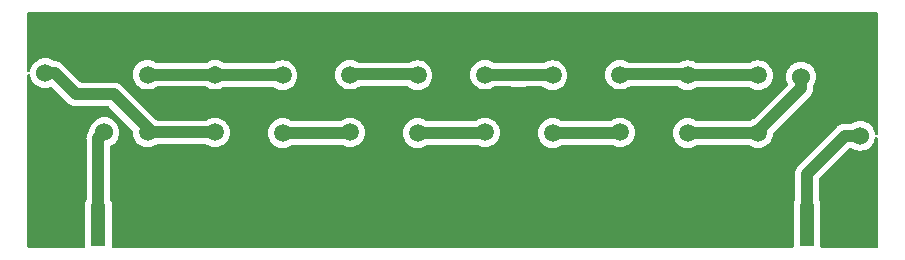
<source format=gbr>
%TF.GenerationSoftware,KiCad,Pcbnew,7.0.7*%
%TF.CreationDate,2023-10-22T19:41:02-04:00*%
%TF.ProjectId,CrystalFilterLarge,43727973-7461-46c4-9669-6c7465724c61,rev?*%
%TF.SameCoordinates,PXddf73b40PY3fe56c0*%
%TF.FileFunction,Copper,L1,Top*%
%TF.FilePolarity,Positive*%
%FSLAX46Y46*%
G04 Gerber Fmt 4.6, Leading zero omitted, Abs format (unit mm)*
G04 Created by KiCad (PCBNEW 7.0.7) date 2023-10-22 19:41:02*
%MOMM*%
%LPD*%
G01*
G04 APERTURE LIST*
G04 Aperture macros list*
%AMRoundRect*
0 Rectangle with rounded corners*
0 $1 Rounding radius*
0 $2 $3 $4 $5 $6 $7 $8 $9 X,Y pos of 4 corners*
0 Add a 4 corners polygon primitive as box body*
4,1,4,$2,$3,$4,$5,$6,$7,$8,$9,$2,$3,0*
0 Add four circle primitives for the rounded corners*
1,1,$1+$1,$2,$3*
1,1,$1+$1,$4,$5*
1,1,$1+$1,$6,$7*
1,1,$1+$1,$8,$9*
0 Add four rect primitives between the rounded corners*
20,1,$1+$1,$2,$3,$4,$5,0*
20,1,$1+$1,$4,$5,$6,$7,0*
20,1,$1+$1,$6,$7,$8,$9,0*
20,1,$1+$1,$8,$9,$2,$3,0*%
G04 Aperture macros list end*
%TA.AperFunction,SMDPad,CuDef*%
%ADD10RoundRect,0.250000X-0.475000X0.250000X-0.475000X-0.250000X0.475000X-0.250000X0.475000X0.250000X0*%
%TD*%
%TA.AperFunction,SMDPad,CuDef*%
%ADD11RoundRect,0.250000X0.475000X-0.250000X0.475000X0.250000X-0.475000X0.250000X-0.475000X-0.250000X0*%
%TD*%
%TA.AperFunction,SMDPad,CuDef*%
%ADD12R,1.270000X3.600000*%
%TD*%
%TA.AperFunction,SMDPad,CuDef*%
%ADD13R,1.350000X4.200000*%
%TD*%
%TA.AperFunction,ComponentPad*%
%ADD14C,1.500000*%
%TD*%
%TA.AperFunction,ComponentPad*%
%ADD15C,1.524000*%
%TD*%
%TA.AperFunction,ViaPad*%
%ADD16C,0.800000*%
%TD*%
%TA.AperFunction,Conductor*%
%ADD17C,1.000000*%
%TD*%
G04 APERTURE END LIST*
D10*
%TO.P,C1,1*%
%TO.N,Earth*%
X18727800Y-3439200D03*
%TO.P,C1,2*%
%TO.N,Net-(C1-Pad2)*%
X18727800Y-5339200D03*
%TD*%
%TO.P,C5,1*%
%TO.N,Earth*%
X41587800Y-3439200D03*
%TO.P,C5,2*%
%TO.N,Net-(C5-Pad2)*%
X41587800Y-5339200D03*
%TD*%
D11*
%TO.P,C6,1*%
%TO.N,Earth*%
X47404400Y-12192200D03*
%TO.P,C6,2*%
%TO.N,Net-(C6-Pad2)*%
X47404400Y-10292200D03*
%TD*%
D12*
%TO.P,J1,1,In*%
%TO.N,Net-(J1-In)*%
X6000000Y-18090000D03*
D13*
%TO.P,J1,2,Ext*%
%TO.N,Earth*%
X3175000Y-17890000D03*
X8825000Y-17890000D03*
%TD*%
D10*
%TO.P,C7,1*%
%TO.N,Earth*%
X53017800Y-3413800D03*
%TO.P,C7,2*%
%TO.N,Net-(C7-Pad2)*%
X53017800Y-5313800D03*
%TD*%
D11*
%TO.P,C2,1*%
%TO.N,Earth*%
X24442800Y-12166800D03*
%TO.P,C2,2*%
%TO.N,Net-(C2-Pad2)*%
X24442800Y-10266800D03*
%TD*%
D10*
%TO.P,C3,1*%
%TO.N,Earth*%
X30183200Y-3413800D03*
%TO.P,C3,2*%
%TO.N,Net-(C3-Pad2)*%
X30183200Y-5313800D03*
%TD*%
D11*
%TO.P,C4,1*%
%TO.N,Earth*%
X35872800Y-12182000D03*
%TO.P,C4,2*%
%TO.N,Net-(C4-Pad2)*%
X35872800Y-10282000D03*
%TD*%
D12*
%TO.P,J2,1,In*%
%TO.N,Net-(J2-In)*%
X66000000Y-18090000D03*
D13*
%TO.P,J2,2,Ext*%
%TO.N,Earth*%
X63175000Y-17890000D03*
X68825000Y-17890000D03*
%TD*%
D14*
%TO.P,Y1,1,1*%
%TO.N,Net-(L1-Pad1)*%
X10168000Y-10228000D03*
%TO.P,Y1,2,2*%
%TO.N,Net-(C1-Pad2)*%
X10168000Y-5328000D03*
%TD*%
%TO.P,Y2,1,1*%
%TO.N,Net-(L1-Pad1)*%
X15883000Y-10228000D03*
%TO.P,Y2,2,2*%
%TO.N,Net-(C1-Pad2)*%
X15883000Y-5328000D03*
%TD*%
%TO.P,Y5,1,1*%
%TO.N,Net-(C3-Pad2)*%
X33028000Y-5378000D03*
%TO.P,Y5,2,2*%
%TO.N,Net-(C4-Pad2)*%
X33028000Y-10278000D03*
%TD*%
%TO.P,Y3,1,1*%
%TO.N,Net-(C1-Pad2)*%
X21598000Y-5378000D03*
%TO.P,Y3,2,2*%
%TO.N,Net-(C2-Pad2)*%
X21598000Y-10278000D03*
%TD*%
%TO.P,Y8,1,1*%
%TO.N,Net-(C6-Pad2)*%
X50173000Y-10228000D03*
%TO.P,Y8,2,2*%
%TO.N,Net-(C7-Pad2)*%
X50173000Y-5328000D03*
%TD*%
%TO.P,Y4,1,1*%
%TO.N,Net-(C2-Pad2)*%
X27313000Y-10228000D03*
%TO.P,Y4,2,2*%
%TO.N,Net-(C3-Pad2)*%
X27313000Y-5328000D03*
%TD*%
%TO.P,Y9,1,1*%
%TO.N,Net-(C7-Pad2)*%
X55888000Y-5378000D03*
%TO.P,Y9,2,2*%
%TO.N,Net-(L2-Pad3)*%
X55888000Y-10278000D03*
%TD*%
%TO.P,Y10,1,1*%
%TO.N,Net-(C7-Pad2)*%
X61857000Y-5378000D03*
%TO.P,Y10,2,2*%
%TO.N,Net-(L2-Pad3)*%
X61857000Y-10278000D03*
%TD*%
%TO.P,Y6,1,1*%
%TO.N,Net-(C4-Pad2)*%
X38743000Y-10228000D03*
%TO.P,Y6,2,2*%
%TO.N,Net-(C5-Pad2)*%
X38743000Y-5328000D03*
%TD*%
D15*
%TO.P,L2,1,1*%
%TO.N,Net-(J2-In)*%
X70500000Y-10500000D03*
%TO.P,L2,2,2*%
%TO.N,Earth*%
X70500000Y-5500000D03*
%TO.P,L2,3,3*%
%TO.N,Net-(L2-Pad3)*%
X65500000Y-5500000D03*
%TO.P,L2,4,4*%
%TO.N,Earth*%
X65500000Y-10500000D03*
%TD*%
%TO.P,L1,1,1*%
%TO.N,Net-(L1-Pad1)*%
X1500000Y-5200000D03*
%TO.P,L1,2,2*%
%TO.N,Earth*%
X1500000Y-10200000D03*
%TO.P,L1,3,3*%
%TO.N,Net-(J1-In)*%
X6500000Y-10200000D03*
%TO.P,L1,4,4*%
%TO.N,Earth*%
X6500000Y-5200000D03*
%TD*%
D14*
%TO.P,Y7,1,1*%
%TO.N,Net-(C5-Pad2)*%
X44458000Y-5378000D03*
%TO.P,Y7,2,2*%
%TO.N,Net-(C6-Pad2)*%
X44458000Y-10278000D03*
%TD*%
D16*
%TO.N,Earth*%
X18000000Y-8000000D03*
X36000000Y-8000000D03*
X68000000Y-1000000D03*
X24500000Y-14000000D03*
X47500000Y-14000000D03*
X13000000Y-8000000D03*
X7500000Y-14000000D03*
X36000000Y-14000000D03*
X53000000Y-17000000D03*
X12000000Y-1000000D03*
X11000000Y-19000000D03*
X35000000Y-1000000D03*
X60500000Y-19000000D03*
X7000000Y-1000000D03*
X19000000Y-17000000D03*
X24000000Y-1000000D03*
X47000000Y-8000000D03*
X1000000Y-1000000D03*
X71000000Y-19000000D03*
X53000000Y-8000000D03*
X58000000Y-8000000D03*
X64000000Y-1000000D03*
X64500000Y-14000000D03*
X46500000Y-1000000D03*
X71000000Y-1000000D03*
X1000000Y-19000000D03*
X71000000Y-14000000D03*
X71000000Y-8000000D03*
X1000000Y-13500000D03*
X41000000Y-8000000D03*
X42000000Y-17000000D03*
X30000000Y-17000000D03*
X30000000Y-8000000D03*
X58000000Y-1000000D03*
X4000000Y-1000000D03*
X24000000Y-8000000D03*
%TD*%
D17*
%TO.N,Net-(L2-Pad3)*%
X61857000Y-10278000D02*
X61857000Y-10143000D01*
X61857000Y-10143000D02*
X65500000Y-6500000D01*
X65500000Y-6500000D02*
X65500000Y-5500000D01*
X55888000Y-10278000D02*
X61857000Y-10278000D01*
%TO.N,Net-(C1-Pad2)*%
X10168000Y-5328000D02*
X15883000Y-5328000D01*
X16094200Y-5339200D02*
X21559200Y-5339200D01*
X21559200Y-5339200D02*
X21598000Y-5378000D01*
X15883000Y-5128000D02*
X16094200Y-5339200D01*
%TO.N,Net-(C2-Pad2)*%
X27274200Y-10266800D02*
X21809200Y-10266800D01*
X27313000Y-10228000D02*
X27274200Y-10266800D01*
%TO.N,Net-(C3-Pad2)*%
X32963800Y-5313800D02*
X33028000Y-5378000D01*
X27313000Y-5328000D02*
X27327200Y-5313800D01*
X27327200Y-5313800D02*
X32963800Y-5313800D01*
%TO.N,Net-(C4-Pad2)*%
X33032000Y-10282000D02*
X38689000Y-10282000D01*
X38689000Y-10282000D02*
X38743000Y-10228000D01*
X33028000Y-10278000D02*
X33032000Y-10282000D01*
%TO.N,Net-(C5-Pad2)*%
X44408000Y-5328000D02*
X38743000Y-5328000D01*
X44458000Y-5378000D02*
X44408000Y-5328000D01*
%TO.N,Net-(C6-Pad2)*%
X50108800Y-10292200D02*
X44472200Y-10292200D01*
X50173000Y-10228000D02*
X50108800Y-10292200D01*
X44472200Y-10292200D02*
X44458000Y-10278000D01*
%TO.N,Net-(C7-Pad2)*%
X50173000Y-5328000D02*
X50187200Y-5313800D01*
X50187200Y-5313800D02*
X55823800Y-5313800D01*
X55823800Y-5313800D02*
X55888000Y-5378000D01*
X55888000Y-5378000D02*
X61857000Y-5378000D01*
%TO.N,Net-(J1-In)*%
X6000000Y-18090000D02*
X6000000Y-10700000D01*
X6000000Y-10700000D02*
X6500000Y-10200000D01*
X6500000Y-10200000D02*
X6200000Y-10200000D01*
%TO.N,Net-(J2-In)*%
X66000000Y-13718400D02*
X66000000Y-18090000D01*
X69218400Y-10500000D02*
X66000000Y-13718400D01*
X70500000Y-10500000D02*
X69218400Y-10500000D01*
%TO.N,Net-(L1-Pad1)*%
X1500000Y-5200000D02*
X2300000Y-5200000D01*
X7300000Y-7000000D02*
X10168000Y-9868000D01*
X10168000Y-9868000D02*
X10168000Y-10228000D01*
X10168000Y-10228000D02*
X15883000Y-10228000D01*
X2300000Y-5200000D02*
X4100000Y-7000000D01*
X4100000Y-7000000D02*
X7300000Y-7000000D01*
%TD*%
%TA.AperFunction,Conductor*%
%TO.N,Earth*%
G36*
X71942539Y-20185D02*
G01*
X71988294Y-72989D01*
X71999500Y-124500D01*
X71999500Y-10313726D01*
X71979815Y-10380765D01*
X71927011Y-10426520D01*
X71857853Y-10436464D01*
X71794297Y-10407439D01*
X71756523Y-10348661D01*
X71751972Y-10324533D01*
X71748071Y-10279937D01*
X71748070Y-10279929D01*
X71690896Y-10066554D01*
X71690893Y-10066548D01*
X71597535Y-9866340D01*
X71597534Y-9866338D01*
X71470828Y-9685381D01*
X71314616Y-9529170D01*
X71133667Y-9402468D01*
X71133663Y-9402466D01*
X70933452Y-9309107D01*
X70933446Y-9309104D01*
X70720071Y-9251930D01*
X70720063Y-9251929D01*
X70500002Y-9232677D01*
X70499998Y-9232677D01*
X70279938Y-9251929D01*
X70279930Y-9251930D01*
X70066555Y-9309104D01*
X70066553Y-9309105D01*
X70066550Y-9309106D01*
X69866339Y-9402466D01*
X69759785Y-9477075D01*
X69693580Y-9499402D01*
X69688663Y-9499500D01*
X69231117Y-9499500D01*
X69142038Y-9497243D01*
X69142030Y-9497243D01*
X69091055Y-9506380D01*
X69081656Y-9508064D01*
X69076996Y-9508718D01*
X69015970Y-9514925D01*
X69015966Y-9514925D01*
X69015962Y-9514926D01*
X69015956Y-9514927D01*
X68983187Y-9525208D01*
X68975563Y-9527079D01*
X68945703Y-9532433D01*
X68941747Y-9533142D01*
X68941745Y-9533142D01*
X68902771Y-9548710D01*
X68884780Y-9555897D01*
X68880349Y-9557474D01*
X68821812Y-9575841D01*
X68821805Y-9575844D01*
X68791781Y-9592509D01*
X68784686Y-9595879D01*
X68773464Y-9600362D01*
X68752783Y-9608623D01*
X68752780Y-9608625D01*
X68752776Y-9608627D01*
X68723524Y-9627906D01*
X68704479Y-9640458D01*
X68701567Y-9642377D01*
X68697537Y-9644818D01*
X68643902Y-9674588D01*
X68643901Y-9674589D01*
X68643898Y-9674591D01*
X68617833Y-9696968D01*
X68611565Y-9701693D01*
X68592494Y-9714263D01*
X68582881Y-9720598D01*
X68539501Y-9763978D01*
X68536057Y-9767169D01*
X68489508Y-9807130D01*
X68468477Y-9834299D01*
X68463293Y-9840186D01*
X65301533Y-13001947D01*
X65236947Y-13063341D01*
X65236945Y-13063344D01*
X65236942Y-13063347D01*
X65201899Y-13113697D01*
X65199074Y-13117444D01*
X65160302Y-13164993D01*
X65144396Y-13195445D01*
X65140328Y-13202158D01*
X65120705Y-13230351D01*
X65096511Y-13286729D01*
X65094493Y-13290978D01*
X65066091Y-13345351D01*
X65058212Y-13372889D01*
X65056642Y-13378374D01*
X65054010Y-13385768D01*
X65040460Y-13417342D01*
X65040460Y-13417345D01*
X65040459Y-13417346D01*
X65028113Y-13477422D01*
X65026990Y-13482000D01*
X65010113Y-13540982D01*
X65007505Y-13575239D01*
X65006414Y-13583014D01*
X64999500Y-13616655D01*
X64999500Y-13677997D01*
X64999322Y-13682705D01*
X64994663Y-13743876D01*
X64999005Y-13777963D01*
X64999501Y-13785771D01*
X64999501Y-15901807D01*
X64979816Y-15968846D01*
X64974768Y-15976118D01*
X64921204Y-16047669D01*
X64921204Y-16047670D01*
X64921203Y-16047670D01*
X64921203Y-16047671D01*
X64870909Y-16182517D01*
X64864500Y-16242127D01*
X64864501Y-19875500D01*
X64844816Y-19942539D01*
X64792012Y-19988294D01*
X64740501Y-19999500D01*
X7259500Y-19999500D01*
X7192461Y-19979815D01*
X7146706Y-19927011D01*
X7135500Y-19875500D01*
X7135500Y-16242129D01*
X7135499Y-16242123D01*
X7129092Y-16182516D01*
X7078798Y-16047671D01*
X7078796Y-16047669D01*
X7025233Y-15976118D01*
X7000816Y-15910654D01*
X7000500Y-15901807D01*
X7000500Y-11438624D01*
X7020185Y-11371585D01*
X7072095Y-11326243D01*
X7133662Y-11297534D01*
X7133666Y-11297531D01*
X7133667Y-11297531D01*
X7314616Y-11170829D01*
X7314622Y-11170824D01*
X7470825Y-11014621D01*
X7470830Y-11014615D01*
X7597532Y-10833666D01*
X7597534Y-10833662D01*
X7632094Y-10759547D01*
X7690894Y-10633450D01*
X7690895Y-10633447D01*
X7690896Y-10633445D01*
X7748070Y-10420070D01*
X7748071Y-10420062D01*
X7767323Y-10200002D01*
X7767323Y-10199997D01*
X7748071Y-9979937D01*
X7748070Y-9979929D01*
X7690896Y-9766554D01*
X7690893Y-9766548D01*
X7597535Y-9566340D01*
X7597534Y-9566338D01*
X7470828Y-9385381D01*
X7314616Y-9229170D01*
X7133667Y-9102468D01*
X7133663Y-9102466D01*
X6933452Y-9009107D01*
X6933446Y-9009104D01*
X6720071Y-8951930D01*
X6720063Y-8951929D01*
X6500002Y-8932677D01*
X6499998Y-8932677D01*
X6279938Y-8951929D01*
X6279930Y-8951930D01*
X6066555Y-9009104D01*
X6066553Y-9009105D01*
X6066550Y-9009106D01*
X5971690Y-9053340D01*
X5866341Y-9102465D01*
X5866339Y-9102466D01*
X5685378Y-9229175D01*
X5529176Y-9385377D01*
X5529174Y-9385380D01*
X5402466Y-9566339D01*
X5386601Y-9600362D01*
X5373757Y-9627906D01*
X5359433Y-9651401D01*
X5346552Y-9668042D01*
X5256940Y-9850729D01*
X5205937Y-10047715D01*
X5205675Y-10052881D01*
X5182626Y-10118837D01*
X5177947Y-10124954D01*
X5160302Y-10146593D01*
X5144396Y-10177045D01*
X5140328Y-10183758D01*
X5120705Y-10211951D01*
X5096511Y-10268329D01*
X5094493Y-10272578D01*
X5066091Y-10326951D01*
X5059879Y-10348661D01*
X5056642Y-10359974D01*
X5054010Y-10367368D01*
X5040460Y-10398942D01*
X5040460Y-10398945D01*
X5040459Y-10398946D01*
X5028113Y-10459022D01*
X5026990Y-10463600D01*
X5010113Y-10522582D01*
X5007505Y-10556839D01*
X5006414Y-10564614D01*
X4999500Y-10598255D01*
X4999500Y-10659597D01*
X4999322Y-10664305D01*
X4994663Y-10725476D01*
X4999004Y-10759560D01*
X4999500Y-10767388D01*
X4999500Y-15901807D01*
X4979815Y-15968846D01*
X4974767Y-15976118D01*
X4921204Y-16047669D01*
X4870909Y-16182517D01*
X4864500Y-16242127D01*
X4864501Y-19875500D01*
X4844816Y-19942539D01*
X4792012Y-19988294D01*
X4740501Y-19999500D01*
X124500Y-19999500D01*
X57461Y-19979815D01*
X11706Y-19927011D01*
X500Y-19875500D01*
X500Y-5386273D01*
X20185Y-5319234D01*
X72989Y-5273479D01*
X142147Y-5263535D01*
X205703Y-5292560D01*
X243477Y-5351338D01*
X248028Y-5375465D01*
X251930Y-5420068D01*
X309106Y-5633450D01*
X402466Y-5833662D01*
X529174Y-6014620D01*
X685380Y-6170826D01*
X866338Y-6297534D01*
X1066550Y-6390894D01*
X1279932Y-6448070D01*
X1444984Y-6462509D01*
X1499998Y-6467323D01*
X1500000Y-6467323D01*
X1500002Y-6467323D01*
X1562877Y-6461822D01*
X1720068Y-6448070D01*
X1933450Y-6390894D01*
X1939433Y-6388104D01*
X1951960Y-6382263D01*
X2021037Y-6371771D01*
X2084821Y-6400291D01*
X2092032Y-6406951D01*
X3383567Y-7698487D01*
X3444941Y-7763053D01*
X3495325Y-7798119D01*
X3499028Y-7800912D01*
X3546592Y-7839697D01*
X3577048Y-7855604D01*
X3583752Y-7859666D01*
X3611951Y-7879295D01*
X3668350Y-7903497D01*
X3672569Y-7905500D01*
X3726951Y-7933909D01*
X3759978Y-7943357D01*
X3767367Y-7945988D01*
X3798942Y-7959540D01*
X3859070Y-7971895D01*
X3863571Y-7972999D01*
X3922582Y-7989886D01*
X3956843Y-7992494D01*
X3964611Y-7993585D01*
X3998256Y-8000500D01*
X3998259Y-8000500D01*
X4059601Y-8000500D01*
X4064309Y-8000678D01*
X4125476Y-8005337D01*
X4159560Y-8000996D01*
X4167389Y-8000500D01*
X6834217Y-8000500D01*
X6901256Y-8020185D01*
X6921899Y-8036819D01*
X8887958Y-10002877D01*
X8921441Y-10064198D01*
X8923803Y-10101359D01*
X8912723Y-10228000D01*
X8931793Y-10445977D01*
X8988425Y-10657330D01*
X9080898Y-10855639D01*
X9206402Y-11034877D01*
X9361123Y-11189598D01*
X9540361Y-11315102D01*
X9738670Y-11407575D01*
X9950023Y-11464207D01*
X10135538Y-11480437D01*
X10167998Y-11483277D01*
X10168000Y-11483277D01*
X10168002Y-11483277D01*
X10198213Y-11480633D01*
X10385977Y-11464207D01*
X10597330Y-11407575D01*
X10795639Y-11315102D01*
X10795642Y-11315100D01*
X10795644Y-11315099D01*
X10887294Y-11250925D01*
X10953500Y-11228598D01*
X10958417Y-11228500D01*
X15092583Y-11228500D01*
X15159622Y-11248185D01*
X15163706Y-11250925D01*
X15230271Y-11297534D01*
X15255361Y-11315102D01*
X15453670Y-11407575D01*
X15665023Y-11464207D01*
X15850538Y-11480437D01*
X15882998Y-11483277D01*
X15883000Y-11483277D01*
X15883002Y-11483277D01*
X15913213Y-11480633D01*
X16100977Y-11464207D01*
X16312330Y-11407575D01*
X16510639Y-11315102D01*
X16689877Y-11189598D01*
X16844598Y-11034877D01*
X16970102Y-10855639D01*
X16970103Y-10855638D01*
X17033320Y-10720068D01*
X17062575Y-10657330D01*
X17062576Y-10657326D01*
X17062578Y-10657322D01*
X17119207Y-10445979D01*
X17119207Y-10445975D01*
X17121474Y-10420070D01*
X17133903Y-10278000D01*
X20342723Y-10278000D01*
X20361793Y-10495977D01*
X20418425Y-10707330D01*
X20510898Y-10905639D01*
X20636402Y-11084877D01*
X20791123Y-11239598D01*
X20970361Y-11365102D01*
X21168670Y-11457575D01*
X21380023Y-11514207D01*
X21565538Y-11530437D01*
X21597998Y-11533277D01*
X21598000Y-11533277D01*
X21598002Y-11533277D01*
X21628213Y-11530633D01*
X21815977Y-11514207D01*
X22027330Y-11457575D01*
X22225639Y-11365102D01*
X22225642Y-11365100D01*
X22225644Y-11365099D01*
X22333289Y-11289725D01*
X22399495Y-11267398D01*
X22404412Y-11267300D01*
X23917791Y-11267300D01*
X26577995Y-11267300D01*
X26645034Y-11286985D01*
X26649118Y-11289725D01*
X26660271Y-11297534D01*
X26685361Y-11315102D01*
X26883670Y-11407575D01*
X27095023Y-11464207D01*
X27280538Y-11480437D01*
X27312998Y-11483277D01*
X27313000Y-11483277D01*
X27313002Y-11483277D01*
X27343213Y-11480633D01*
X27530977Y-11464207D01*
X27742330Y-11407575D01*
X27940639Y-11315102D01*
X28119877Y-11189598D01*
X28274598Y-11034877D01*
X28400102Y-10855639D01*
X28400103Y-10855638D01*
X28463320Y-10720068D01*
X28492575Y-10657330D01*
X28492576Y-10657326D01*
X28492578Y-10657322D01*
X28549207Y-10445979D01*
X28549207Y-10445975D01*
X28551474Y-10420070D01*
X28563903Y-10278000D01*
X31772723Y-10278000D01*
X31791793Y-10495977D01*
X31848425Y-10707330D01*
X31940898Y-10905639D01*
X32066402Y-11084877D01*
X32221123Y-11239598D01*
X32400361Y-11365102D01*
X32598670Y-11457575D01*
X32810023Y-11514207D01*
X32995538Y-11530437D01*
X33027998Y-11533277D01*
X33028000Y-11533277D01*
X33028002Y-11533277D01*
X33058213Y-11530633D01*
X33245977Y-11514207D01*
X33457330Y-11457575D01*
X33655639Y-11365102D01*
X33741582Y-11304924D01*
X33807787Y-11282598D01*
X33812704Y-11282500D01*
X35347791Y-11282500D01*
X38029703Y-11282500D01*
X38096742Y-11302185D01*
X38100826Y-11304925D01*
X38110633Y-11311790D01*
X38115361Y-11315102D01*
X38313670Y-11407575D01*
X38525023Y-11464207D01*
X38710538Y-11480437D01*
X38742998Y-11483277D01*
X38743000Y-11483277D01*
X38743002Y-11483277D01*
X38773213Y-11480633D01*
X38960977Y-11464207D01*
X39172330Y-11407575D01*
X39370639Y-11315102D01*
X39549877Y-11189598D01*
X39704598Y-11034877D01*
X39830102Y-10855639D01*
X39830103Y-10855638D01*
X39893320Y-10720068D01*
X39922575Y-10657330D01*
X39922576Y-10657326D01*
X39922578Y-10657322D01*
X39979207Y-10445979D01*
X39979207Y-10445975D01*
X39981474Y-10420070D01*
X39993903Y-10278000D01*
X43202723Y-10278000D01*
X43221793Y-10495977D01*
X43278425Y-10707330D01*
X43370898Y-10905639D01*
X43496402Y-11084877D01*
X43651123Y-11239598D01*
X43830361Y-11365102D01*
X44028670Y-11457575D01*
X44240023Y-11514207D01*
X44425538Y-11530437D01*
X44457998Y-11533277D01*
X44458000Y-11533277D01*
X44458002Y-11533277D01*
X44488213Y-11530633D01*
X44675977Y-11514207D01*
X44887330Y-11457575D01*
X45085639Y-11365102D01*
X45085642Y-11365100D01*
X45085644Y-11365099D01*
X45157014Y-11315125D01*
X45223220Y-11292798D01*
X45228137Y-11292700D01*
X46879391Y-11292700D01*
X49474271Y-11292700D01*
X49541310Y-11312385D01*
X49545351Y-11315094D01*
X49545361Y-11315102D01*
X49743670Y-11407575D01*
X49955023Y-11464207D01*
X50140538Y-11480437D01*
X50172998Y-11483277D01*
X50173000Y-11483277D01*
X50173002Y-11483277D01*
X50203213Y-11480633D01*
X50390977Y-11464207D01*
X50602330Y-11407575D01*
X50800639Y-11315102D01*
X50979877Y-11189598D01*
X51134598Y-11034877D01*
X51260102Y-10855639D01*
X51260103Y-10855638D01*
X51323320Y-10720068D01*
X51352575Y-10657330D01*
X51352576Y-10657326D01*
X51352578Y-10657322D01*
X51409207Y-10445979D01*
X51409207Y-10445975D01*
X51411474Y-10420070D01*
X51423903Y-10278000D01*
X54632723Y-10278000D01*
X54651793Y-10495977D01*
X54708425Y-10707330D01*
X54800898Y-10905639D01*
X54926402Y-11084877D01*
X55081123Y-11239598D01*
X55260361Y-11365102D01*
X55458670Y-11457575D01*
X55670023Y-11514207D01*
X55855538Y-11530437D01*
X55887998Y-11533277D01*
X55888000Y-11533277D01*
X55888002Y-11533277D01*
X55918213Y-11530633D01*
X56105977Y-11514207D01*
X56317330Y-11457575D01*
X56515639Y-11365102D01*
X56515642Y-11365100D01*
X56515644Y-11365099D01*
X56607294Y-11300925D01*
X56673500Y-11278598D01*
X56678417Y-11278500D01*
X61066583Y-11278500D01*
X61133622Y-11298185D01*
X61137706Y-11300925D01*
X61210479Y-11351880D01*
X61229361Y-11365102D01*
X61427670Y-11457575D01*
X61639023Y-11514207D01*
X61824538Y-11530437D01*
X61856998Y-11533277D01*
X61857000Y-11533277D01*
X61857002Y-11533277D01*
X61887213Y-11530633D01*
X62074977Y-11514207D01*
X62286330Y-11457575D01*
X62484639Y-11365102D01*
X62663877Y-11239598D01*
X62818598Y-11084877D01*
X62924628Y-10933451D01*
X62944103Y-10905638D01*
X63030638Y-10720062D01*
X63036575Y-10707330D01*
X63036576Y-10707326D01*
X63036578Y-10707322D01*
X63093206Y-10495982D01*
X63093208Y-10495972D01*
X63105982Y-10349965D01*
X63131435Y-10284896D01*
X63141829Y-10273092D01*
X66198468Y-7216452D01*
X66263051Y-7155061D01*
X66263052Y-7155060D01*
X66263053Y-7155059D01*
X66298098Y-7104709D01*
X66300936Y-7100946D01*
X66339695Y-7053413D01*
X66339700Y-7053406D01*
X66355603Y-7022959D01*
X66359666Y-7016251D01*
X66379295Y-6988049D01*
X66379297Y-6988045D01*
X66379299Y-6988041D01*
X66403486Y-6931680D01*
X66405507Y-6927424D01*
X66433906Y-6873057D01*
X66433910Y-6873045D01*
X66443358Y-6840030D01*
X66445992Y-6832630D01*
X66459541Y-6801058D01*
X66471891Y-6740966D01*
X66473014Y-6736391D01*
X66489887Y-6677423D01*
X66492497Y-6643158D01*
X66493588Y-6635380D01*
X66500500Y-6601742D01*
X66500500Y-6540401D01*
X66500679Y-6535692D01*
X66505338Y-6474526D01*
X66500997Y-6440442D01*
X66500500Y-6432603D01*
X66500500Y-6311337D01*
X66520185Y-6244298D01*
X66522897Y-6240254D01*
X66597534Y-6133662D01*
X66690894Y-5933450D01*
X66690895Y-5933447D01*
X66690896Y-5933445D01*
X66748070Y-5720070D01*
X66748071Y-5720062D01*
X66767323Y-5500002D01*
X66767323Y-5499997D01*
X66748071Y-5279937D01*
X66748070Y-5279929D01*
X66690896Y-5066554D01*
X66690893Y-5066548D01*
X66597535Y-4866340D01*
X66597534Y-4866338D01*
X66470828Y-4685381D01*
X66314616Y-4529170D01*
X66133667Y-4402468D01*
X66133663Y-4402466D01*
X65933452Y-4309107D01*
X65933446Y-4309104D01*
X65720071Y-4251930D01*
X65720063Y-4251929D01*
X65500002Y-4232677D01*
X65499998Y-4232677D01*
X65279938Y-4251929D01*
X65279930Y-4251930D01*
X65066555Y-4309104D01*
X65066553Y-4309105D01*
X65066550Y-4309106D01*
X64902980Y-4385380D01*
X64866341Y-4402465D01*
X64866339Y-4402466D01*
X64685378Y-4529175D01*
X64529176Y-4685377D01*
X64497339Y-4730846D01*
X64402466Y-4866339D01*
X64309106Y-5066550D01*
X64251930Y-5279932D01*
X64248492Y-5319234D01*
X64239671Y-5420062D01*
X64232677Y-5500000D01*
X64251930Y-5720068D01*
X64309106Y-5933450D01*
X64381341Y-6088358D01*
X64391832Y-6157431D01*
X64363313Y-6221215D01*
X64356639Y-6228440D01*
X61531739Y-9053340D01*
X61476153Y-9085433D01*
X61427674Y-9098423D01*
X61427671Y-9098424D01*
X61229362Y-9190898D01*
X61229358Y-9190900D01*
X61137707Y-9255075D01*
X61071501Y-9277402D01*
X61066584Y-9277500D01*
X56678417Y-9277500D01*
X56611378Y-9257815D01*
X56607294Y-9255075D01*
X56515644Y-9190900D01*
X56515640Y-9190898D01*
X56317332Y-9098426D01*
X56317323Y-9098422D01*
X56105978Y-9041793D01*
X55888002Y-9022723D01*
X55887998Y-9022723D01*
X55779012Y-9032258D01*
X55670023Y-9041793D01*
X55670021Y-9041793D01*
X55458678Y-9098422D01*
X55458674Y-9098424D01*
X55458670Y-9098425D01*
X55367587Y-9140898D01*
X55260362Y-9190898D01*
X55260358Y-9190900D01*
X55081122Y-9316402D01*
X54926403Y-9471121D01*
X54800901Y-9650357D01*
X54800900Y-9650359D01*
X54800898Y-9650362D01*
X54708425Y-9848670D01*
X54708424Y-9848676D01*
X54708423Y-9848677D01*
X54703690Y-9866340D01*
X54651793Y-10060023D01*
X54632723Y-10278000D01*
X51423903Y-10278000D01*
X51428277Y-10228000D01*
X51425827Y-10200000D01*
X51409207Y-10010024D01*
X51409207Y-10010020D01*
X51352578Y-9798677D01*
X51352574Y-9798668D01*
X51260102Y-9600361D01*
X51260100Y-9600357D01*
X51134600Y-9421124D01*
X50979878Y-9266403D01*
X50967613Y-9257815D01*
X50931713Y-9232677D01*
X50800639Y-9140897D01*
X50602332Y-9048426D01*
X50602323Y-9048422D01*
X50390978Y-8991793D01*
X50173002Y-8972723D01*
X50172998Y-8972723D01*
X50064012Y-8982258D01*
X49955023Y-8991793D01*
X49955021Y-8991793D01*
X49743678Y-9048422D01*
X49743674Y-9048424D01*
X49743670Y-9048425D01*
X49594304Y-9118076D01*
X49545362Y-9140898D01*
X49545358Y-9140900D01*
X49362019Y-9269275D01*
X49295813Y-9291602D01*
X49290896Y-9291700D01*
X45268697Y-9291700D01*
X45201658Y-9272015D01*
X45197574Y-9269275D01*
X45085644Y-9190900D01*
X45085640Y-9190898D01*
X44887332Y-9098426D01*
X44887323Y-9098422D01*
X44675978Y-9041793D01*
X44458002Y-9022723D01*
X44457998Y-9022723D01*
X44349012Y-9032258D01*
X44240023Y-9041793D01*
X44240021Y-9041793D01*
X44028678Y-9098422D01*
X44028674Y-9098424D01*
X44028670Y-9098425D01*
X43937587Y-9140898D01*
X43830362Y-9190898D01*
X43830358Y-9190900D01*
X43651122Y-9316402D01*
X43496403Y-9471121D01*
X43370901Y-9650357D01*
X43370900Y-9650359D01*
X43370898Y-9650362D01*
X43278425Y-9848670D01*
X43278424Y-9848676D01*
X43278423Y-9848677D01*
X43273690Y-9866340D01*
X43221793Y-10060023D01*
X43202723Y-10278000D01*
X39993903Y-10278000D01*
X39998277Y-10228000D01*
X39995827Y-10200000D01*
X39979207Y-10010024D01*
X39979207Y-10010020D01*
X39922578Y-9798677D01*
X39922574Y-9798668D01*
X39830102Y-9600361D01*
X39830100Y-9600357D01*
X39704600Y-9421124D01*
X39549878Y-9266403D01*
X39537613Y-9257815D01*
X39501713Y-9232677D01*
X39370639Y-9140897D01*
X39172332Y-9048426D01*
X39172323Y-9048422D01*
X38960978Y-8991793D01*
X38743002Y-8972723D01*
X38742998Y-8972723D01*
X38634012Y-8982258D01*
X38525023Y-8991793D01*
X38525021Y-8991793D01*
X38313678Y-9048422D01*
X38313674Y-9048424D01*
X38313670Y-9048425D01*
X38164304Y-9118076D01*
X38115362Y-9140898D01*
X38115358Y-9140900D01*
X37946587Y-9259075D01*
X37880381Y-9281402D01*
X37875464Y-9281500D01*
X33824130Y-9281500D01*
X33757091Y-9261815D01*
X33753007Y-9259075D01*
X33655644Y-9190900D01*
X33655640Y-9190898D01*
X33457332Y-9098426D01*
X33457323Y-9098422D01*
X33245978Y-9041793D01*
X33028002Y-9022723D01*
X33027998Y-9022723D01*
X32919012Y-9032258D01*
X32810023Y-9041793D01*
X32810021Y-9041793D01*
X32598678Y-9098422D01*
X32598674Y-9098424D01*
X32598670Y-9098425D01*
X32507587Y-9140898D01*
X32400362Y-9190898D01*
X32400358Y-9190900D01*
X32221122Y-9316402D01*
X32066403Y-9471121D01*
X31940901Y-9650357D01*
X31940900Y-9650359D01*
X31940898Y-9650362D01*
X31848425Y-9848670D01*
X31848424Y-9848676D01*
X31848423Y-9848677D01*
X31843690Y-9866340D01*
X31791793Y-10060023D01*
X31777098Y-10227997D01*
X31773197Y-10272587D01*
X31772723Y-10278000D01*
X28563903Y-10278000D01*
X28568277Y-10228000D01*
X28565827Y-10200000D01*
X28549207Y-10010024D01*
X28549207Y-10010020D01*
X28492578Y-9798677D01*
X28492574Y-9798668D01*
X28400102Y-9600361D01*
X28400100Y-9600357D01*
X28274600Y-9421124D01*
X28119878Y-9266403D01*
X28107613Y-9257815D01*
X28071713Y-9232677D01*
X27940639Y-9140897D01*
X27742332Y-9048426D01*
X27742323Y-9048422D01*
X27530978Y-8991793D01*
X27313002Y-8972723D01*
X27312998Y-8972723D01*
X27204012Y-8982258D01*
X27095023Y-8991793D01*
X27095021Y-8991793D01*
X26883678Y-9048422D01*
X26883674Y-9048424D01*
X26883670Y-9048425D01*
X26784516Y-9094661D01*
X26685363Y-9140897D01*
X26685361Y-9140898D01*
X26538295Y-9243875D01*
X26472089Y-9266202D01*
X26467172Y-9266300D01*
X22372422Y-9266300D01*
X22305383Y-9246615D01*
X22301299Y-9243875D01*
X22225644Y-9190900D01*
X22225640Y-9190898D01*
X22027332Y-9098426D01*
X22027323Y-9098422D01*
X21815978Y-9041793D01*
X21598002Y-9022723D01*
X21597998Y-9022723D01*
X21489012Y-9032258D01*
X21380023Y-9041793D01*
X21380021Y-9041793D01*
X21168678Y-9098422D01*
X21168674Y-9098424D01*
X21168670Y-9098425D01*
X21077587Y-9140898D01*
X20970362Y-9190898D01*
X20970358Y-9190900D01*
X20791122Y-9316402D01*
X20636403Y-9471121D01*
X20510901Y-9650357D01*
X20510900Y-9650359D01*
X20510898Y-9650362D01*
X20418425Y-9848670D01*
X20418424Y-9848676D01*
X20418423Y-9848677D01*
X20413690Y-9866340D01*
X20361793Y-10060023D01*
X20347098Y-10227997D01*
X20343197Y-10272587D01*
X20342723Y-10278000D01*
X17133903Y-10278000D01*
X17138277Y-10228000D01*
X17135827Y-10200000D01*
X17119207Y-10010024D01*
X17119207Y-10010020D01*
X17062578Y-9798677D01*
X17062574Y-9798668D01*
X16970102Y-9600361D01*
X16970100Y-9600357D01*
X16844600Y-9421124D01*
X16689878Y-9266403D01*
X16677613Y-9257815D01*
X16641713Y-9232677D01*
X16510639Y-9140897D01*
X16312332Y-9048426D01*
X16312323Y-9048422D01*
X16100978Y-8991793D01*
X15883002Y-8972723D01*
X15882998Y-8972723D01*
X15774012Y-8982258D01*
X15665023Y-8991793D01*
X15665021Y-8991793D01*
X15453678Y-9048422D01*
X15453674Y-9048424D01*
X15453670Y-9048425D01*
X15304304Y-9118076D01*
X15255362Y-9140898D01*
X15255358Y-9140900D01*
X15163707Y-9205075D01*
X15097501Y-9227402D01*
X15092584Y-9227500D01*
X10993784Y-9227500D01*
X10926745Y-9207815D01*
X10905999Y-9191076D01*
X10905683Y-9190760D01*
X10903954Y-9189027D01*
X10900806Y-9185627D01*
X10860864Y-9139102D01*
X10833702Y-9118076D01*
X10827808Y-9112885D01*
X8016454Y-6301532D01*
X7955058Y-6236946D01*
X7904706Y-6201899D01*
X7900944Y-6199062D01*
X7853408Y-6160302D01*
X7853403Y-6160299D01*
X7822953Y-6144392D01*
X7816239Y-6140324D01*
X7788046Y-6120702D01*
X7731670Y-6096509D01*
X7727416Y-6094488D01*
X7673049Y-6066091D01*
X7673048Y-6066090D01*
X7640025Y-6056640D01*
X7632629Y-6054007D01*
X7601057Y-6040459D01*
X7540981Y-6028113D01*
X7536405Y-6026990D01*
X7477422Y-6010113D01*
X7443159Y-6007503D01*
X7435392Y-6006414D01*
X7401741Y-5999500D01*
X7340402Y-5999500D01*
X7335696Y-5999321D01*
X7330483Y-5998924D01*
X7274525Y-5994662D01*
X7255729Y-5997056D01*
X7240441Y-5999003D01*
X7232611Y-5999500D01*
X4565783Y-5999500D01*
X4498744Y-5979815D01*
X4478102Y-5963181D01*
X3842921Y-5328000D01*
X8912723Y-5328000D01*
X8931793Y-5545977D01*
X8988425Y-5757330D01*
X9080898Y-5955639D01*
X9206402Y-6134877D01*
X9361123Y-6289598D01*
X9540361Y-6415102D01*
X9738670Y-6507575D01*
X9950023Y-6564207D01*
X10135538Y-6580437D01*
X10167998Y-6583277D01*
X10168000Y-6583277D01*
X10168002Y-6583277D01*
X10198213Y-6580633D01*
X10385977Y-6564207D01*
X10597330Y-6507575D01*
X10795639Y-6415102D01*
X10795642Y-6415100D01*
X10795644Y-6415099D01*
X10887294Y-6350925D01*
X10953500Y-6328598D01*
X10958417Y-6328500D01*
X15092583Y-6328500D01*
X15159622Y-6348185D01*
X15163706Y-6350925D01*
X15220790Y-6390895D01*
X15255361Y-6415102D01*
X15453670Y-6507575D01*
X15665023Y-6564207D01*
X15850538Y-6580437D01*
X15882998Y-6583277D01*
X15883000Y-6583277D01*
X15883002Y-6583277D01*
X15913213Y-6580633D01*
X16100977Y-6564207D01*
X16312330Y-6507575D01*
X16510639Y-6415102D01*
X16510642Y-6415100D01*
X16510644Y-6415099D01*
X16586299Y-6362125D01*
X16652505Y-6339798D01*
X16657422Y-6339700D01*
X18202791Y-6339700D01*
X20752171Y-6339700D01*
X20819210Y-6359385D01*
X20823294Y-6362125D01*
X20970353Y-6465097D01*
X20970357Y-6465098D01*
X20970361Y-6465102D01*
X21168670Y-6557575D01*
X21380023Y-6614207D01*
X21565538Y-6630437D01*
X21597998Y-6633277D01*
X21598000Y-6633277D01*
X21598002Y-6633277D01*
X21628213Y-6630633D01*
X21815977Y-6614207D01*
X22027330Y-6557575D01*
X22225639Y-6465102D01*
X22404877Y-6339598D01*
X22559598Y-6184877D01*
X22678813Y-6014621D01*
X22685103Y-6005638D01*
X22765296Y-5833662D01*
X22777575Y-5807330D01*
X22777576Y-5807326D01*
X22777578Y-5807322D01*
X22834207Y-5595979D01*
X22834207Y-5595975D01*
X22853277Y-5378002D01*
X22853277Y-5377997D01*
X22848903Y-5328000D01*
X26057723Y-5328000D01*
X26076793Y-5545977D01*
X26133425Y-5757330D01*
X26225898Y-5955639D01*
X26351402Y-6134877D01*
X26506123Y-6289598D01*
X26685361Y-6415102D01*
X26883670Y-6507575D01*
X27095023Y-6564207D01*
X27280538Y-6580437D01*
X27312998Y-6583277D01*
X27313000Y-6583277D01*
X27313002Y-6583277D01*
X27343213Y-6580633D01*
X27530977Y-6564207D01*
X27742330Y-6507575D01*
X27940639Y-6415102D01*
X27940642Y-6415100D01*
X27940644Y-6415099D01*
X28052574Y-6336725D01*
X28118780Y-6314398D01*
X28123697Y-6314300D01*
X29658191Y-6314300D01*
X32145898Y-6314300D01*
X32212937Y-6333985D01*
X32217022Y-6336725D01*
X32221119Y-6339593D01*
X32221123Y-6339598D01*
X32400361Y-6465102D01*
X32598670Y-6557575D01*
X32810023Y-6614207D01*
X32995538Y-6630437D01*
X33027998Y-6633277D01*
X33028000Y-6633277D01*
X33028002Y-6633277D01*
X33058213Y-6630633D01*
X33245977Y-6614207D01*
X33457330Y-6557575D01*
X33655639Y-6465102D01*
X33834877Y-6339598D01*
X33989598Y-6184877D01*
X34108813Y-6014621D01*
X34115103Y-6005638D01*
X34195296Y-5833662D01*
X34207575Y-5807330D01*
X34207576Y-5807326D01*
X34207578Y-5807322D01*
X34264207Y-5595979D01*
X34264207Y-5595975D01*
X34283277Y-5378002D01*
X34283277Y-5377997D01*
X34278903Y-5328000D01*
X37487723Y-5328000D01*
X37506793Y-5545977D01*
X37563425Y-5757330D01*
X37655898Y-5955639D01*
X37781402Y-6134877D01*
X37936123Y-6289598D01*
X38115361Y-6415102D01*
X38313670Y-6507575D01*
X38525023Y-6564207D01*
X38710538Y-6580437D01*
X38742998Y-6583277D01*
X38743000Y-6583277D01*
X38743002Y-6583277D01*
X38773213Y-6580633D01*
X38960977Y-6564207D01*
X39172330Y-6507575D01*
X39370639Y-6415102D01*
X39370642Y-6415100D01*
X39370644Y-6415099D01*
X39462294Y-6350925D01*
X39528500Y-6328598D01*
X39533417Y-6328500D01*
X40949998Y-6328500D01*
X40956303Y-6328821D01*
X40960003Y-6329198D01*
X40960003Y-6329199D01*
X41062791Y-6339700D01*
X42112808Y-6339699D01*
X42112816Y-6339698D01*
X42112820Y-6339698D01*
X42219297Y-6328821D01*
X42225602Y-6328500D01*
X43596177Y-6328500D01*
X43663216Y-6348185D01*
X43667268Y-6350902D01*
X43830361Y-6465102D01*
X44028670Y-6557575D01*
X44240023Y-6614207D01*
X44425538Y-6630437D01*
X44457998Y-6633277D01*
X44458000Y-6633277D01*
X44458002Y-6633277D01*
X44488213Y-6630633D01*
X44675977Y-6614207D01*
X44887330Y-6557575D01*
X45085639Y-6465102D01*
X45264877Y-6339598D01*
X45419598Y-6184877D01*
X45538813Y-6014621D01*
X45545103Y-6005638D01*
X45625296Y-5833662D01*
X45637575Y-5807330D01*
X45637576Y-5807326D01*
X45637578Y-5807322D01*
X45694207Y-5595979D01*
X45694207Y-5595975D01*
X45713277Y-5378002D01*
X45713277Y-5377997D01*
X45708903Y-5328000D01*
X48917723Y-5328000D01*
X48936793Y-5545977D01*
X48993425Y-5757330D01*
X49085898Y-5955639D01*
X49211402Y-6134877D01*
X49366123Y-6289598D01*
X49545361Y-6415102D01*
X49743670Y-6507575D01*
X49955023Y-6564207D01*
X50140538Y-6580437D01*
X50172998Y-6583277D01*
X50173000Y-6583277D01*
X50173002Y-6583277D01*
X50203213Y-6580633D01*
X50390977Y-6564207D01*
X50602330Y-6507575D01*
X50800639Y-6415102D01*
X50800642Y-6415100D01*
X50800644Y-6415099D01*
X50912574Y-6336725D01*
X50978780Y-6314398D01*
X50983697Y-6314300D01*
X52492791Y-6314300D01*
X55005898Y-6314300D01*
X55072937Y-6333985D01*
X55077022Y-6336725D01*
X55081119Y-6339593D01*
X55081123Y-6339598D01*
X55260361Y-6465102D01*
X55458670Y-6557575D01*
X55670023Y-6614207D01*
X55855538Y-6630437D01*
X55887998Y-6633277D01*
X55888000Y-6633277D01*
X55888002Y-6633277D01*
X55918213Y-6630633D01*
X56105977Y-6614207D01*
X56317330Y-6557575D01*
X56515639Y-6465102D01*
X56515643Y-6465099D01*
X56515647Y-6465097D01*
X56607294Y-6400925D01*
X56673500Y-6378598D01*
X56678417Y-6378500D01*
X61066583Y-6378500D01*
X61133622Y-6398185D01*
X61137706Y-6400925D01*
X61229353Y-6465097D01*
X61229357Y-6465098D01*
X61229361Y-6465102D01*
X61427670Y-6557575D01*
X61639023Y-6614207D01*
X61824538Y-6630437D01*
X61856998Y-6633277D01*
X61857000Y-6633277D01*
X61857002Y-6633277D01*
X61887213Y-6630633D01*
X62074977Y-6614207D01*
X62286330Y-6557575D01*
X62484639Y-6465102D01*
X62663877Y-6339598D01*
X62818598Y-6184877D01*
X62937813Y-6014621D01*
X62944103Y-6005638D01*
X63024296Y-5833662D01*
X63036575Y-5807330D01*
X63036576Y-5807326D01*
X63036578Y-5807322D01*
X63093207Y-5595979D01*
X63093207Y-5595975D01*
X63112277Y-5378002D01*
X63112277Y-5377997D01*
X63093207Y-5160024D01*
X63093207Y-5160020D01*
X63036578Y-4948677D01*
X63036574Y-4948668D01*
X62944102Y-4750361D01*
X62944100Y-4750357D01*
X62818600Y-4571124D01*
X62663878Y-4416403D01*
X62643164Y-4401899D01*
X62583754Y-4360299D01*
X62484639Y-4290897D01*
X62286332Y-4198426D01*
X62286323Y-4198422D01*
X62074978Y-4141793D01*
X61857002Y-4122723D01*
X61856998Y-4122723D01*
X61748012Y-4132258D01*
X61639023Y-4141793D01*
X61639021Y-4141793D01*
X61427678Y-4198422D01*
X61427674Y-4198424D01*
X61427670Y-4198425D01*
X61282563Y-4266090D01*
X61229362Y-4290898D01*
X61229358Y-4290900D01*
X61137707Y-4355075D01*
X61071501Y-4377402D01*
X61066584Y-4377500D01*
X56678417Y-4377500D01*
X56611378Y-4357815D01*
X56607294Y-4355075D01*
X56515644Y-4290900D01*
X56515640Y-4290898D01*
X56317332Y-4198426D01*
X56317323Y-4198422D01*
X56105978Y-4141793D01*
X55888002Y-4122723D01*
X55887998Y-4122723D01*
X55779012Y-4132258D01*
X55670023Y-4141793D01*
X55670021Y-4141793D01*
X55458678Y-4198422D01*
X55458674Y-4198424D01*
X55458670Y-4198425D01*
X55392729Y-4229174D01*
X55260363Y-4290897D01*
X55255675Y-4293604D01*
X55255125Y-4292650D01*
X55194197Y-4313202D01*
X55189272Y-4313300D01*
X50943137Y-4313300D01*
X50876098Y-4293615D01*
X50872014Y-4290875D01*
X50800644Y-4240900D01*
X50800640Y-4240898D01*
X50602332Y-4148426D01*
X50602323Y-4148422D01*
X50390978Y-4091793D01*
X50173002Y-4072723D01*
X50172998Y-4072723D01*
X50064012Y-4082258D01*
X49955023Y-4091793D01*
X49955021Y-4091793D01*
X49743678Y-4148422D01*
X49743674Y-4148424D01*
X49743670Y-4148425D01*
X49570504Y-4229174D01*
X49545362Y-4240898D01*
X49545358Y-4240900D01*
X49366122Y-4366402D01*
X49211403Y-4521121D01*
X49085901Y-4700357D01*
X49085900Y-4700359D01*
X49085898Y-4700362D01*
X48993425Y-4898670D01*
X48993424Y-4898676D01*
X48993423Y-4898677D01*
X48980026Y-4948677D01*
X48936793Y-5110023D01*
X48917723Y-5328000D01*
X45708903Y-5328000D01*
X45694207Y-5160024D01*
X45694207Y-5160020D01*
X45637578Y-4948677D01*
X45637574Y-4948668D01*
X45545102Y-4750361D01*
X45545100Y-4750357D01*
X45419600Y-4571124D01*
X45264878Y-4416403D01*
X45244164Y-4401899D01*
X45184754Y-4360299D01*
X45085639Y-4290897D01*
X44887332Y-4198426D01*
X44887323Y-4198422D01*
X44675978Y-4141793D01*
X44458002Y-4122723D01*
X44457998Y-4122723D01*
X44349012Y-4132258D01*
X44240023Y-4141793D01*
X44240021Y-4141793D01*
X44028678Y-4198422D01*
X44028674Y-4198424D01*
X44028670Y-4198425D01*
X43962729Y-4229174D01*
X43830365Y-4290896D01*
X43830363Y-4290897D01*
X43830362Y-4290898D01*
X43810115Y-4305075D01*
X43743910Y-4327402D01*
X43738992Y-4327500D01*
X39533417Y-4327500D01*
X39466378Y-4307815D01*
X39462294Y-4305075D01*
X39370644Y-4240900D01*
X39370640Y-4240898D01*
X39172332Y-4148426D01*
X39172323Y-4148422D01*
X38960978Y-4091793D01*
X38743002Y-4072723D01*
X38742998Y-4072723D01*
X38634012Y-4082258D01*
X38525023Y-4091793D01*
X38525021Y-4091793D01*
X38313678Y-4148422D01*
X38313674Y-4148424D01*
X38313670Y-4148425D01*
X38140504Y-4229174D01*
X38115362Y-4240898D01*
X38115358Y-4240900D01*
X37936122Y-4366402D01*
X37781403Y-4521121D01*
X37655901Y-4700357D01*
X37655900Y-4700359D01*
X37655898Y-4700362D01*
X37563425Y-4898670D01*
X37563424Y-4898676D01*
X37563423Y-4898677D01*
X37550026Y-4948677D01*
X37506793Y-5110023D01*
X37487723Y-5328000D01*
X34278903Y-5328000D01*
X34264207Y-5160024D01*
X34264207Y-5160020D01*
X34207578Y-4948677D01*
X34207574Y-4948668D01*
X34115102Y-4750361D01*
X34115100Y-4750357D01*
X33989600Y-4571124D01*
X33834878Y-4416403D01*
X33814164Y-4401899D01*
X33754754Y-4360299D01*
X33655639Y-4290897D01*
X33457332Y-4198426D01*
X33457323Y-4198422D01*
X33245978Y-4141793D01*
X33028002Y-4122723D01*
X33027998Y-4122723D01*
X32919012Y-4132258D01*
X32810023Y-4141793D01*
X32810021Y-4141793D01*
X32598678Y-4198422D01*
X32598674Y-4198424D01*
X32598670Y-4198425D01*
X32532729Y-4229174D01*
X32400363Y-4290897D01*
X32395675Y-4293604D01*
X32395125Y-4292650D01*
X32334197Y-4313202D01*
X32329272Y-4313300D01*
X28083137Y-4313300D01*
X28016098Y-4293615D01*
X28012014Y-4290875D01*
X27940644Y-4240900D01*
X27940640Y-4240898D01*
X27742332Y-4148426D01*
X27742323Y-4148422D01*
X27530978Y-4091793D01*
X27313002Y-4072723D01*
X27312998Y-4072723D01*
X27204012Y-4082258D01*
X27095023Y-4091793D01*
X27095021Y-4091793D01*
X26883678Y-4148422D01*
X26883674Y-4148424D01*
X26883670Y-4148425D01*
X26710504Y-4229174D01*
X26685362Y-4240898D01*
X26685358Y-4240900D01*
X26506122Y-4366402D01*
X26351403Y-4521121D01*
X26225901Y-4700357D01*
X26225900Y-4700359D01*
X26225898Y-4700362D01*
X26133425Y-4898670D01*
X26133424Y-4898676D01*
X26133423Y-4898677D01*
X26120026Y-4948677D01*
X26076793Y-5110023D01*
X26063363Y-5263535D01*
X26060824Y-5292560D01*
X26057723Y-5328000D01*
X22848903Y-5328000D01*
X22834207Y-5160024D01*
X22834207Y-5160020D01*
X22777578Y-4948677D01*
X22777574Y-4948668D01*
X22685102Y-4750361D01*
X22685100Y-4750357D01*
X22559600Y-4571124D01*
X22404878Y-4416403D01*
X22384164Y-4401899D01*
X22324754Y-4360299D01*
X22225639Y-4290897D01*
X22027332Y-4198426D01*
X22027323Y-4198422D01*
X21815978Y-4141793D01*
X21598002Y-4122723D01*
X21597998Y-4122723D01*
X21489012Y-4132258D01*
X21380023Y-4141793D01*
X21380021Y-4141793D01*
X21168678Y-4198422D01*
X21168674Y-4198424D01*
X21168670Y-4198425D01*
X20970362Y-4290898D01*
X20938369Y-4313300D01*
X20934120Y-4316275D01*
X20867914Y-4338602D01*
X20862997Y-4338700D01*
X16689412Y-4338700D01*
X16622373Y-4319015D01*
X16618289Y-4316275D01*
X16510644Y-4240900D01*
X16510640Y-4240898D01*
X16312332Y-4148426D01*
X16312323Y-4148422D01*
X16100978Y-4091793D01*
X15883002Y-4072723D01*
X15882998Y-4072723D01*
X15774012Y-4082258D01*
X15665023Y-4091793D01*
X15665021Y-4091793D01*
X15453678Y-4148422D01*
X15453674Y-4148424D01*
X15453670Y-4148425D01*
X15280504Y-4229174D01*
X15255362Y-4240898D01*
X15255358Y-4240900D01*
X15163707Y-4305075D01*
X15097501Y-4327402D01*
X15092584Y-4327500D01*
X10958417Y-4327500D01*
X10891378Y-4307815D01*
X10887294Y-4305075D01*
X10795644Y-4240900D01*
X10795640Y-4240898D01*
X10597332Y-4148426D01*
X10597323Y-4148422D01*
X10385978Y-4091793D01*
X10168002Y-4072723D01*
X10167998Y-4072723D01*
X10059012Y-4082258D01*
X9950023Y-4091793D01*
X9950021Y-4091793D01*
X9738678Y-4148422D01*
X9738674Y-4148424D01*
X9738670Y-4148425D01*
X9565504Y-4229174D01*
X9540362Y-4240898D01*
X9540358Y-4240900D01*
X9361122Y-4366402D01*
X9206403Y-4521121D01*
X9080901Y-4700357D01*
X9080900Y-4700359D01*
X9080898Y-4700362D01*
X8988425Y-4898670D01*
X8988424Y-4898676D01*
X8988423Y-4898677D01*
X8975026Y-4948677D01*
X8931793Y-5110023D01*
X8918363Y-5263535D01*
X8915824Y-5292560D01*
X8912723Y-5328000D01*
X3842921Y-5328000D01*
X3016453Y-4501531D01*
X2955058Y-4436946D01*
X2904706Y-4401899D01*
X2900944Y-4399062D01*
X2853408Y-4360302D01*
X2853403Y-4360299D01*
X2822953Y-4344392D01*
X2816239Y-4340324D01*
X2788046Y-4320702D01*
X2731670Y-4296509D01*
X2727416Y-4294488D01*
X2673049Y-4266091D01*
X2673048Y-4266090D01*
X2640025Y-4256640D01*
X2632629Y-4254007D01*
X2601057Y-4240459D01*
X2540981Y-4228113D01*
X2536405Y-4226990D01*
X2477422Y-4210113D01*
X2443159Y-4207503D01*
X2435392Y-4206414D01*
X2401741Y-4199500D01*
X2340401Y-4199500D01*
X2335698Y-4199321D01*
X2319999Y-4198125D01*
X2298088Y-4196457D01*
X2236383Y-4174391D01*
X2133661Y-4102465D01*
X1933452Y-4009107D01*
X1933446Y-4009104D01*
X1720071Y-3951930D01*
X1720063Y-3951929D01*
X1500002Y-3932677D01*
X1499998Y-3932677D01*
X1279938Y-3951929D01*
X1279930Y-3951930D01*
X1066555Y-4009104D01*
X1066553Y-4009105D01*
X1066550Y-4009106D01*
X930123Y-4072723D01*
X866341Y-4102465D01*
X866339Y-4102466D01*
X685378Y-4229175D01*
X529176Y-4385377D01*
X529174Y-4385380D01*
X402466Y-4566339D01*
X309106Y-4766550D01*
X251930Y-4979932D01*
X248119Y-5023499D01*
X248028Y-5024533D01*
X222576Y-5089602D01*
X165985Y-5130581D01*
X96223Y-5134459D01*
X35439Y-5100005D01*
X2931Y-5038158D01*
X500Y-5013726D01*
X500Y-124500D01*
X20185Y-57461D01*
X72989Y-11706D01*
X124500Y-500D01*
X71875500Y-500D01*
X71942539Y-20185D01*
G37*
%TD.AperFunction*%
%TA.AperFunction,Conductor*%
G36*
X71964561Y-10599994D02*
G01*
X71997069Y-10661840D01*
X71999500Y-10686273D01*
X71999500Y-19875500D01*
X71979815Y-19942539D01*
X71927011Y-19988294D01*
X71875500Y-19999500D01*
X67259500Y-19999500D01*
X67192461Y-19979815D01*
X67146706Y-19927011D01*
X67135500Y-19875500D01*
X67135500Y-16242129D01*
X67135499Y-16242123D01*
X67129092Y-16182516D01*
X67078798Y-16047671D01*
X67078796Y-16047669D01*
X67025233Y-15976118D01*
X67000816Y-15910654D01*
X67000500Y-15901807D01*
X67000500Y-14184181D01*
X67020185Y-14117142D01*
X67036815Y-14096505D01*
X69596502Y-11536819D01*
X69657824Y-11503334D01*
X69684182Y-11500500D01*
X69688662Y-11500500D01*
X69755701Y-11520185D01*
X69759768Y-11522912D01*
X69866338Y-11597534D01*
X70066550Y-11690894D01*
X70279932Y-11748070D01*
X70444983Y-11762509D01*
X70499998Y-11767323D01*
X70500000Y-11767323D01*
X70500002Y-11767323D01*
X70562877Y-11761822D01*
X70720068Y-11748070D01*
X70933450Y-11690894D01*
X71133662Y-11597534D01*
X71133665Y-11597532D01*
X71133667Y-11597531D01*
X71314616Y-11470829D01*
X71314622Y-11470824D01*
X71470825Y-11314621D01*
X71470830Y-11314615D01*
X71597532Y-11133666D01*
X71597534Y-11133662D01*
X71653046Y-11014615D01*
X71690894Y-10933450D01*
X71690895Y-10933447D01*
X71690896Y-10933445D01*
X71748070Y-10720070D01*
X71748071Y-10720062D01*
X71751972Y-10675466D01*
X71777424Y-10610397D01*
X71834015Y-10569418D01*
X71903777Y-10565540D01*
X71964561Y-10599994D01*
G37*
%TD.AperFunction*%
%TD*%
M02*

</source>
